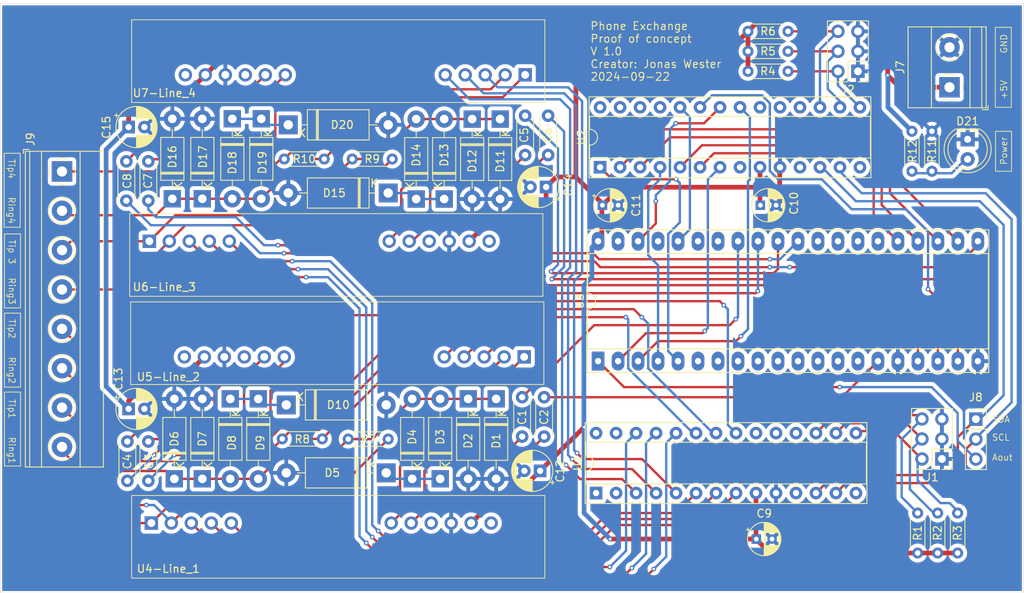
<source format=kicad_pcb>
(kicad_pcb (version 20240108) (generator "pcbnew") (generator_version "8.0")
  (title_block (title "Phone Exchange  - Proof of concept") (date "2024-09-04") (rev "1.0") (company "Creator: Jonas Wester"))
  (layers (0 "F.Cu" signal) (31 "B.Cu" signal) (34 "B.Paste" user) (35 "F.Paste" user) (36 "B.SilkS" user "B.Silkscreen") (37 "F.SilkS" user "F.Silkscreen") (38 "B.Mask" user) (39 "F.Mask" user) (44 "Edge.Cuts" user))
  (net 0 "")
  (net 1 "/Ain_1")
  (net 2 "/Aout_1")
  (net 3 "/Ain_2")
  (net 4 "/Aout_2")
  (net 5 "/Ain_3")
  (net 6 "/Aout_3")
  (net 7 "/Ain_4")
  (net 8 "/Aout_4")
  (net 9 "/RING_1")
  (net 10 "GND")
  (net 11 "Net-(D3-K)")
  (net 12 "/RING_2")
  (net 13 "Net-(D8-K)")
  (net 14 "/TIP_3")
  (net 15 "Net-(D13-K)")
  (net 16 "/RING_4")
  (net 17 "Net-(D18-K)")
  (net 18 "/5V")
  (net 19 "/SCL")
  (net 20 "/SDA")
  (net 21 "/Aout_x")
  (net 22 "/TIP_1")
  (net 23 "/TIP_2")
  (net 24 "/RING_3")
  (net 25 "/TIP_4")
  (net 26 "/SLIC 3/RM_3")
  (net 29 "/SLIC 3/SHK_3")
  (net 30 "/SLIC 4/FR_4")
  (net 31 "/SLIC 4/RM_4")
  (net 33 "/SLIC 4/SHK_4")
  (net 35 "/SLIC 3/FR_3")
  (net 37 "Net-(U2-GPB4)")
  (net 39 "Net-(U2-GPB2)")
  (net 42 "Net-(U2-GPB0)")
  (net 44 "Net-(U2-GPB6)")
  (net 45 "Net-(U2-GPB5)")
  (net 46 "Net-(U2-GPB3)")
  (net 47 "Net-(U2-GPB1)")
  (net 52 "Net-(U2-GPA1)")
  (net 58 "Net-(U2-GPA3)")
  (net 61 "Net-(U2-GPA0)")
  (net 62 "Net-(U2-GPA2)")
  (net 69 "/SLIC 1/FR_1")
  (net 70 "/SLIC 1/SHK_1")
  (net 71 "/SLIC 1/RM_1")
  (net 72 "/SLIC 2/FR_2")
  (net 73 "/SLIC 2/RM_2")
  (net 74 "/SLIC 2/SHK_2")
  (net 81 "Net-(J2-Pin_2)")
  (net 82 "Net-(J1-Pin_4)")
  (net 83 "Net-(J1-Pin_6)")
  (net 84 "Net-(J1-Pin_2)")
  (net 85 "Net-(J2-Pin_4)")
  (net 86 "Net-(J2-Pin_6)")
  (net 87 "Net-(D21-A)")
  (net 88 "Net-(U4-Line_1-Audio_in)")
  (net 89 "Net-(U4-Line_1-Audio_out)")
  (net 90 "Net-(U5-Line_2-Audio_in)")
  (net 91 "Net-(U5-Line_2-Audio_out)")
  (net 92 "Net-(U6-Line_3-Audio_in)")
  (net 93 "Net-(U6-Line_3-Audio_out)")
  (net 94 "Net-(U7-Line_4-Audio_in)")
  (net 95 "Net-(U7-Line_4-Audio_out)")
  (footprint "Resistor_THT:R_Axial_DIN0204_L3.6mm_D1.6mm_P5.08mm_Horizontal" (layer "F.Cu") (at 171.228 54.356)
    (property "Reference" "R6")
    (property "Value" "10K")
  )
  (footprint "Capacitor_THT:CP_Radial_D4.0mm_P2.00mm" (layer "F.Cu") (at 152.729401 76.454)
    (property "Reference" "C11")
    (property "Value" "10uF")
  )
  (footprint "Diode_THT:D_DO-41_SOD81_P10.16mm_Horizontal" (layer "F.Cu") (at 132.62 75.664 90)
    (property "Reference" "D13")
    (property "Value" "1N4004")
  )
  (footprint "Capacitor_THT:C_Disc_D4.3mm_W1.9mm_P5.00mm" (layer "F.Cu") (at 95.028 70.878 -90)
    (property "Reference" "C7")
    (property "Value" "100nF")
  )
  (footprint "Capacitor_THT:CP_Radial_D5.0mm_P2.00mm" (layer "F.Cu") (at 92.52 102.334)
    (property "Reference" "C13")
    (property "Value" "100uF")
  )
  (footprint "JW_footprint_library:KS0835F" (layer "F.Cu") (at 142.78 95.73 -90)
    (property "Reference" "U5-Line_2")
    (property "Value" "~")
  )
  (footprint "Resistor_THT:R_Axial_DIN0204_L3.6mm_D1.6mm_P5.08mm_Horizontal" (layer "F.Cu") (at 117.126 106.144 180)
    (property "Reference" "R8")
    (property "Value" "1 MEG")
  )
  (footprint "Package_DIP:DIP-28_W7.62mm_Socket" (layer "F.Cu") (at 151.924 113.03 90)
    (property "Reference" "U1")
    (property "Value" "MCP23017")
  )
  (footprint "Diode_THT:D_DO-41_SOD81_P10.16mm_Horizontal" (layer "F.Cu") (at 129.064 75.664 90)
    (property "Reference" "D14")
    (property "Value" "1N4004")
  )
  (footprint "Diode_THT:D_DO-15_P12.70mm_Horizontal" (layer "F.Cu") (at 112.554 101.826)
    (property "Reference" "D10")
    (property "Value" "P6KE51A")
  )
  (footprint "Diode_THT:D_DO-41_SOD81_P10.16mm_Horizontal" (layer "F.Cu") (at 101.886 111.224 90)
    (property "Reference" "D7")
    (property "Value" "1N4004")
  )
  (footprint "Capacitor_THT:C_Disc_D4.3mm_W1.9mm_P5.00mm" (layer "F.Cu") (at 142.526 105.85 90)
    (property "Reference" "C1")
    (property "Value" "100nF")
  )
  (footprint "Capacitor_THT:C_Disc_D4.3mm_W1.9mm_P5.00mm" (layer "F.Cu") (at 92.234 70.878 -90)
    (property "Reference" "C8")
    (property "Value" "100nF")
  )
  (footprint "Diode_THT:D_DO-15_P12.70mm_Horizontal" (layer "F.Cu") (at 125.254 110.462 180)
    (property "Reference" "D5")
    (property "Value" "P6KE51A")
  )
  (footprint "Package_DIP:DIP-28_W7.62mm_Socket" (layer "F.Cu") (at 152.432 71.628 90)
    (property "Reference" "U2")
    (property "Value" "MCP23017")
  )
  (footprint "Diode_THT:D_DO-41_SOD81_P10.16mm_Horizontal" (layer "F.Cu") (at 135.668 101.064 -90)
    (property "Reference" "D2")
    (property "Value" "1N4004")
  )
  (footprint "Capacitor_THT:CP_Radial_D4.0mm_P2.00mm" (layer "F.Cu") (at 172.287401 118.872)
    (property "Reference" "C9")
    (property "Value" "10uF")
  )
  (footprint "Diode_THT:D_DO-41_SOD81_P10.16mm_Horizontal" (layer "F.Cu") (at 109.38 65.476 -90)
    (property "Reference" "D19")
    (property "Value" "1N4004")
  )
  (footprint "Diode_THT:D_DO-15_P12.70mm_Horizontal" (layer "F.Cu") (at 112.808 66.238)
    (property "Reference" "D20")
    (property "Value" "P6KE51A")
  )
  (footprint "Diode_THT:D_DO-41_SOD81_P10.16mm_Horizontal" (layer "F.Cu") (at 108.998 101.064 -90)
    (property "Reference" "D9")
    (property "Value" "1N4004")
  )
  (footprint "Resistor_THT:R_Axial_DIN0204_L3.6mm_D1.6mm_P5.08mm_Horizontal" (layer "F.Cu") (at 192.786 120.65 90)
    (property "Reference" "R1")
    (property "Value" "10K")
  )
  (footprint "TerminalBlock_Phoenix:TerminalBlock_Phoenix_MKDS-1,5-2-5.08_1x02_P5.08mm_Horizontal" (layer "F.Cu") (at 196.831 61.468 90)
    (property "Reference" "J7")
    (property "Value" "Screw_Terminal_01x02")
  )
  (footprint "Capacitor_THT:C_Disc_D4.3mm_W1.9mm_P5.00mm" (layer "F.Cu") (at 92.36 106.478 -90)
    (property "Reference" "C4")
    (property "Value" "100nF")
  )
  (footprint "Resistor_THT:R_Axial_DIN0204_L3.6mm_D1.6mm_P5.08mm_Horizontal" (layer "F.Cu") (at 117.38 70.584 180)
    (property "Reference" "R10")
    (property "Value" "1 MEG")
  )
  (footprint "Package_DIP:DIP-40_W15.24mm_Socket_LongPads" (layer "F.Cu") (at 152.178 96.266 90)
    (property "Reference" "U3")
    (property "Value" "MT8816")
  )
  (footprint "JW_footprint_library:KS0835F" (layer "F.Cu") (at 95.154 81.026 90)
    (property "Reference" "U6-Line_3")
    (property "Value" "~")
  )
  (footprint "Resistor_THT:R_Axial_DIN0204_L3.6mm_D1.6mm_P5.08mm_Horizontal" (layer "F.Cu") (at 120.428 106.172)
    (property "Reference" "R7")
    (property "Value" "1 MEG")
  )
  (footprint "Capacitor_THT:CP_Radial_D4.0mm_P2.00mm" (layer "F.Cu") (at 172.795401 76.454)
    (property "Reference" "C10")
    (property "Value" "10uF")
  )
  (footprint "Diode_THT:D_DO-41_SOD81_P10.16mm_Horizontal" (layer "F.Cu") (at 132.112 111.224 90)
    (property "Reference" "D3")
    (property "Value" "1N4004")
  )
  (footprint "TerminalBlock_Phoenix:TerminalBlock_Phoenix_MKDS-1,5-8_1x08_P5.00mm_Horizontal" (layer "F.Cu") (at 84.055 72.162 -90)
    (property "Reference" "J9")
    (property "Value" "Screw_Terminal_01x08")
  )
  (footprint "Connector_PinSocket_2.54mm:PinSocket_1x03_P2.54mm_Vertical" (layer "F.Cu") (at 200.184 103.632)
    (property "Reference" "J8")
    (property "Value" "Conn_01x03")
  )
  (footprint "Resistor_THT:R_Axial_DIN0204_L3.6mm_D1.6mm_P5.08mm_Horizontal" (layer "F.Cu") (at 192.056 67.056 -90)
    (property "Reference" "R12")
    (property "Value" "430")
  )
  (footprint "Diode_THT:D_DO-41_SOD81_P10.16mm_Horizontal" (layer "F.Cu") (at 98.076 75.636 90)
    (property "Reference" "D16")
    (property "Value" "1N4004")
  )
  (footprint "Connector_PinHeader_2.54mm:PinHeader_2x03_P2.54mm_Vertical" (layer "F.Cu") (at 185.198 59.436 180)
    (property "Reference" "J2")
    (property "Value" "Conn_02x03_Odd_Even")
  )
  (footprint "JW_footprint_library:KS0835F" (layer "F.Cu") (at 142.908 59.888 -90)
    (property "Reference" "U7-Line_4")
    (property "Value" "~")
  )
  (footprint "Resistor_THT:R_Axial_DIN0204_L3.6mm_D1.6mm_P5.08mm_Horizontal" (layer "F.Cu") (at 120.936 70.584)
    (property "Reference" "R9")
    (property "Value" "1 MEG")
  )
  (footprint "Diode_THT:D_DO-41_SOD81_P10.16mm_Horizontal" (layer "F.Cu") (at 128.556 111.224 90)
    (property "Reference" "D4")
    (property "Value" "1N4004")
  )
  (footprint "Diode_THT:D_DO-41_SOD81_P10.16mm_Horizontal" (layer "F.Cu") (at 105.696 65.476 -90)
    (property "Reference" "D18")
    (property "Value" "1N4004")
  )
  (footprint "Diode_THT:D_DO-41_SOD81_P10.16mm_Horizontal" (layer "F.Cu") (at 101.886 75.636 90)
    (property "Reference" "D17")
    (property "Value" "1N4004")
  )
  (footprint "LED_THT:LED_D5.0mm" (layer "F.Cu") (at 199.136 68.072 -90)
    (property "Reference" "D21")
    (property "Value" "LED")
  )
  (footprint "JW_footprint_library:KS0835F" (layer "F.Cu") (at 95.408 116.84 90)
    (property "Reference" "U4-Line_1")
    (property "Value" "~")
  )
  (footprint "Resistor_THT:R_Axial_DIN0204_L3.6mm_D1.6mm_P5.08mm_Horizontal" (layer "F.Cu") (at 171.228 59.436)
    (property "Reference" "R4")
    (property "Value" "10K")
  )
  (footprint "Diode_THT:D_DO-41_SOD81_P10.16mm_Horizontal" (layer "F.Cu") (at 139.224 101.064 -90)
    (property "Reference" "D1")
    (property "Value" "1N4004")
  )
  (footprint "Diode_THT:D_DO-41_SOD81_P10.16mm_Horizontal" (layer "F.Cu") (at 98.33 111.224 90)
    (property "Reference" "D6")
    (property "Value" "1N4004")
  )
  (footprint "Resistor_THT:R_Axial_DIN0204_L3.6mm_D1.6mm_P5.08mm_Horizontal" (layer "F.Cu") (at 171.228 56.896)
    (property "Reference" "R5")
    (property "Value" "10K")
  )
  (footprint "Resistor_THT:R_Axial_DIN0204_L3.6mm_D1.6mm_P5.08mm_Horizontal" (layer "F.Cu") (at 197.866 120.65 90)
    (property "Reference" "R3")
    (property "Value" "10K")
  )
  (footprint "Diode_THT:D_DO-41_SOD81_P10.16mm_Horizontal" (layer "F.Cu") (at 105.442 101.064 -90)
    (property "Reference" "D8")
    (property "Value" "1N4004")
  )
  (footprint "Capacitor_THT:CP_Radial_D5.0mm_P2.00mm" (layer "F.Cu") (at 145.574 74.14 180)
    (property "Reference" "C14")
    (property "Value" "100uF")
  )
  (footprint "Capacitor_THT:C_Disc_D4.3mm_W1.9mm_P5.00mm" (layer "F.Cu") (at 142.908 70.076 90)
    (property "Reference" "C5")
    (property "Value" "100nF")
  )
  (footprint "Capacitor_THT:C_Disc_D4.3mm_W1.9mm_P5.00mm" (layer "F.Cu") (at 145.828 70.076 90)
    (property "Reference" "C6")
    (property "Value" "100nF")
  )
  (footprint "Diode_THT:D_DO-15_P12.70mm_Horizontal" (layer "F.Cu") (at 125.508 74.902 180)
    (property "Reference" "D15")
    (property "Value" "P6KE51A")
  )
  (footprint "Diode_THT:D_DO-41_SOD81_P10.16mm_Horizontal" (layer "F.Cu") (at 136.176 65.504 -90)
    (property "Reference" "D12")
    (property "Value" "1N4004")
  )
  (footprint "Resistor_THT:R_Axial_DIN0204_L3.6mm_D1.6mm_P5.08mm_Horizontal" (layer "F.Cu") (at 194.596 67.056 -90)
    (property "Reference" "R11")
    (property "Value" "1K")
  )
  (footprint "Capacitor_THT:CP_Radial_D5.0mm_P2.00mm" (layer "F.Cu") (at 144.812 110.208 180)
    (property "Reference" "C12")
    (property "Value" "100uF")
  )
  (footprint "Diode_THT:D_DO-41_SOD81_P10.16mm_Horizontal" (layer "F.Cu") (at 139.732 65.504 -90)
    (property "Reference" "D11")
    (property "Value" "1N4004")
  )
  (footprint "Capacitor_THT:CP_Radial_D5.0mm_P2.00mm" (layer "F.Cu") (at 92.52 66.52)
    (property "Reference" "C15")
    (property "Value" "100uF")
  )
  (footprint "Resistor_THT:R_Axial_DIN0204_L3.6mm_D1.6mm_P5.08mm_Horizontal" (layer "F.Cu") (at 195.326 120.65 90)
    (property "Reference" "R2")
    (property "Value" "10K")
  )
  (footprint "Connector_PinHeader_2.54mm:PinHeader_2x03_P2.54mm_Vertical" (layer "F.Cu") (at 195.871 108.697 180)
    (property "Reference" "J1")
    (property "Value" "Conn_02x03_Odd_Even")
  )
  (footprint "Capacitor_THT:C_Disc_D4.3mm_W1.9mm_P5.00mm" (layer "F.Cu") (at 145.32 105.85 90)
    (property "Reference" "C2")
    (property "Value" "100nF")
  )
  (footprint "Capacitor_THT:C_Disc_D4.3mm_W1.9mm_P5.00mm" (layer "F.Cu") (at 95.028 106.478 -90)
    (property "Reference" "C3")
    (property "Value" "100nF")
  )
  (gr_rect (start 76.708 69.85) (end 78.74 79.248) (stroke (width 0.1)) (fill none) (layer "F.SilkS"))
  (gr_rect (start 76.7473 90.17) (end 78.7793 99.568) (stroke (width 0.1)) (fill none) (layer "F.SilkS"))
  (gr_rect (start 202.6527 53.848) (end 204.6847 64.008) (stroke (width 0.1)) (fill none) (layer "F.SilkS"))
  (gr_rect (start 202.692 67.056) (end 204.724 72.136) (stroke (width 0.1)) (fill none) (layer "F.SilkS"))
  (gr_rect (start 76.7473 80.0977) (end 78.7793 89.4957) (stroke (width 0.1)) (fill none) (layer "F.SilkS"))
  (gr_rect (start 76.7473 100.203) (end 78.7793 109.601) (stroke (width 0.1)) (fill none) (layer "F.SilkS"))
  (gr_rect (start 76.2 50.8) (end 206.28 125.73) (stroke (width 0.05)) (fill none) (layer "Edge.Cuts"))
  (gr_text "Tip1\n" (at 77.216 101.0183 -90) (layer "F.SilkS") (effects (font (size 0.8 0.8) (thickness 0.1)) (justify left bottom)))
  (gr_text "Phone Exchange\nProof of concept\nV 1.0\nCreator: Jonas Wester \n2024-09-22\n" (at 151.13 60.706 0) (layer "F.SilkS") (effects (font (size 1 1) (thickness 0.125)) (justify left bottom)))
  (gr_text "Aout" (at 202.184 108.966 0) (layer "F.SilkS") (effects (font (size 0.8 0.8) (thickness 0.1)) (justify left bottom)))
  (gr_text "Power" (at 204.216 71.374 90) (layer "F.SilkS") (effects (font (size 0.8 0.8) (thickness 0.1)) (justify left bottom)))
  (gr_text "Tip2" (at 77.216 90.8443 -90) (layer "F.SilkS") (effects (font (size 0.8 0.8) (thickness 0.1)) (justify left bottom)))
  (gr_text "Ring3" (at 77.216 85.598 -90) (layer "F.SilkS") (effects (font (size 0.8 0.8) (thickness 0.1)) (justify left bottom)))
  (gr_text "Ring4" (at 77.1767 75.3503 -90) (layer "F.SilkS") (effects (font (size 0.8 0.8) (thickness 0.1)) (justify left bottom)))
  (gr_text "Tip 3\n" (at 77.216 80.772 -90) (layer "F.SilkS") (effects (font (size 0.8 0.8) (thickness 0.1)) (justify left bottom)))
  (gr_text "SCL" (at 202.184 106.426 0) (layer "F.SilkS") (effects (font (size 0.8 0.8) (thickness 0.1)) (justify left bottom)))
  (gr_text "Ring2" (at 77.216 95.6703 -90) (layer "F.SilkS") (effects (font (size 0.8 0.8) (thickness 0.1)) (justify left bottom)))
  (gr_text "GND" (at 204.216 57.2187 90) (layer "F.SilkS") (effects (font (size 0.8 0.8) (thickness 0.1)) (justify left bottom)))
  (gr_text "Ring1" (at 77.216 105.8443 -90) (layer "F.SilkS") (effects (font (size 0.8 0.8) (thickness 0.1)) (justify left bottom)))
  (gr_text "Tip4" (at 77.1767 70.5243 -90) (layer "F.SilkS") (effects (font (size 0.8 0.8) (thickness 0.1)) (justify left bottom)))
  (gr_text "SDA" (at 202.184 104.14 0) (layer "F.SilkS") (effects (font (size 0.8 0.8) (thickness 0.1)) (justify left bottom)))
  (gr_text "+5V" (at 204.216 63.0607 90) (layer "F.SilkS") (effects (font (size 0.8 0.8) (thickness 0.1)) (justify left bottom)))
  (segment (start 169.672 90.932) (end 168.91 91.694) (width 0.3) (layer "F.Cu") (net 1))
  (segment (start 168.91 91.694) (end 151.682 91.694) (width 0.3) (layer "F.Cu") (net 1))
  (segment (start 151.682 91.694) (end 142.526 100.85) (width 0.3) (layer "F.Cu") (net 1))
  (via (at 169.672 90.932) (size 0.6) (drill 0.3) (layers "F.Cu" "B.Cu") (net 1))
  (segment (start 169.958 90.646) (end 169.958 81.026) (width 0.3) (layer "B.Cu") (net 1))
  (segment (start 169.672 90.932) (end 169.958 90.646) (width 0.3) (layer "B.Cu") (net 1))
  (segment (start 145.32 100.85) (end 183.154 100.85) (width 0.3) (layer "F.Cu") (net 2))
  (segment (start 183.154 100.85) (end 187.738 96.266) (width 0.3) (layer "F.Cu") (net 2))
  (segment (start 127 92.71) (end 115.57 104.14) (width 0.3) (layer "F.Cu") (net 3))
  (segment (start 133.35 92.71) (end 127 92.71) (width 0.3) (layer "F.Cu") (net 3))
  (segment (start 138.43 87.63) (end 133.35 92.71) (width 0.3) (layer "F.Cu") (net 3))
  (segment (start 108.357654 108.206) (end 98.3 108.206) (width 0.3) (layer "F.Cu") (net 3))
  (segment (start 115.57 104.14) (end 112.423654 104.14) (width 0.3) (layer "F.Cu") (net 3))
  (segment (start 172.478 87.364) (end 172.212 87.63) (width 0.3) (layer "F.Cu") (net 3))
  (segment (start 112.423654 104.14) (end 108.357654 108.206) (width 0.3) (layer "F.Cu") (net 3))
  (segment (start 172.212 87.63) (end 138.43 87.63) (width 0.3) (layer "F.Cu") (net 3))
  (via (at 172.478 87.364) (size 0.6) (drill 0.3) (layers "F.Cu" "B.Cu") (net 3))
  (via (at 98.3 108.206) (size 0.6) (drill 0.3) (layers "F.Cu" "B.Cu") (net 3))
  (segment (start 172.478 87.364) (end 172.498 87.344) (width 0.3) (layer "B.Cu") (net 3))
  (segment (start 172.498 87.344) (end 172.498 81.026) (width 0.3) (layer "B.Cu") (net 3))
  (segment (start 95.028 111.478) (end 98.3 108.206) (width 0.3) (layer "B.Cu") (net 3))
  (segment (start 95.758 108.204) (end 97.028 106.934) (width 0.3) (layer "F.Cu") (net 4))
  (segment (start 110.548 102.614) (end 110.548 100.018) (width 0.3) (layer "F.Cu") (net 4))
  (segment (start 120.142 90.424) (end 133.604 90.424) (width 0.3) (layer "F.Cu") (net 4))
  (segment (start 97.028 106.934) (end 106.228 106.934) (width 0.3) (layer "F.Cu") (net 4))
  (segment (start 192.818 87.916) (end 192.818 96.266) (width 0.3) (layer "F.Cu") (net 4))
  (segment (start 106.228 106.934) (end 110.548 102.614) (width 0.3) (layer "F.Cu") (net 4))
  (segment (start 191.516 86.614) (end 192.818 87.916) (width 0.3) (layer "F.Cu") (net 4))
  (segment (start 133.604 90.424) (end 137.414 86.614) (width 0.3) (layer "F.Cu") (net 4))
  (segment (start 137.414 86.614) (end 191.516 86.614) (width 0.3) (layer "F.Cu") (net 4))
  (segment (start 110.548 100.018) (end 120.142 90.424) (width 0.3) (layer "F.Cu") (net 4))
  (via (at 95.758 108.204) (size 0.6) (drill 0.3) (layers "F.Cu" "B.Cu") (net 4))
  (segment (start 92.484 111.478) (end 92.36 111.478) (width 0.3) (layer "B.Cu") (net 4))
  (segment (start 95.758 108.204) (end 92.484 111.478) (width 0.3) (layer "B.Cu") (net 4))
  (segment (start 146.442003 85.09) (end 174.498 85.09) (width 0.3) (layer "F.Cu") (net 5))
  (segment (start 175.038 84.55) (end 175.038 81.026) (width 0.3) (layer "F.Cu") (net 5))
  (segment (start 146.218737 84.866734) (end 146.442003 85.09) (width 0.3) (layer "F.Cu") (net 5))
  (segment (start 174.498 85.09) (end 175.038 84.55) (width 0.3) (layer "F.Cu") (net 5))
  (via (at 146.218737 84.866734) (size 0.6) (drill 0.3) (layers "F.Cu" "B.Cu") (net 5))
  (segment (start 146.218737 84.866734) (end 147.078 84.007471) (width 0.3) (layer "B.Cu") (net 5))
  (segment (start 147.078 69.246) (end 142.908 65.076) (width 0.3) (layer "B.Cu") (net 5))
  (segment (start 147.078 84.007471) (end 147.078 69.246) (width 0.3) (layer "B.Cu") (net 5))
  (segment (start 146.304 85.852) (end 195.072 85.852) (width 0.3) (layer "F.Cu") (net 6))
  (segment (start 195.072 85.852) (end 197.898 88.678) (width 0.3) (layer "F.Cu") (net 6))
  (segment (start 197.898 88.678) (end 197.898 96.266) (width 0.3) (layer "F.Cu") (net 6))
  (via (at 146.304 85.852) (size 0.6) (drill 0.3) (layers "F.Cu" "B.Cu") (net 6))
  (segment (start 147.86 67.108) (end 145.828 65.076) (width 0.3) (layer "B.Cu") (net 6))
  (segment (start 146.304 85.842133) (end 147.86 84.286133) (width 0.3) (layer "B.Cu") (net 6))
  (segment (start 147.86 84.286133) (end 147.86 67.108) (width 0.3) (layer "B.Cu") (net 6))
  (segment (start 146.304 85.852) (end 146.304 85.842133) (width 0.3) (layer "B.Cu") (net 6))
  (segment (start 123.444 81.534) (end 124.46 82.55) (width 0.3) (layer "F.Cu") (net 7))
  (segment (start 151.534233 82.55) (end 152.296233 83.312) (width 0.3) (layer "F.Cu") (net 7))
  (segment (start 152.296233 83.312) (end 173.99 83.312) (width 0.3) (layer "F.Cu") (net 7))
  (segment (start 124.46 82.55) (end 151.534233 82.55) (width 0.3) (layer "F.Cu") (net 7))
  (segment (start 111.506 81.534) (end 123.444 81.534) (width 0.3) (layer "F.Cu") (net 7))
  (via (at 111.506 81.534) (size 0.6) (drill 0.3) (layers "F.Cu" "B.Cu") (net 7))
  (via (at 173.99 83.312) (size 0.6) (drill 0.3) (layers "F.Cu" "B.Cu") (net 7))
  (segment (start 111.506 81.534) (end 109.728 81.534) (width 0.3) (layer "B.Cu") (net 7))
  (segment (start 173.99 83.312) (end 175.292 83.312) (width 0.3) (layer "B.Cu") (net 7))
  (segment (start 96.012 77.978) (end 95.028 76.994) (width 0.3) (layer "B.Cu") (net 7))
  (segment (start 175.292 83.312) (end 177.578 81.026) (width 0.3) (layer "B.Cu") (net 7))
  (segment (start 106.172 77.978) (end 96.012 77.978) (width 0.3) (layer "B.Cu") (net 7))
  (segment (start 109.728 81.534) (end 106.172 77.978) (width 0.3) (layer "B.Cu") (net 7))
  (segment (start 95.028 76.994) (end 95.028 75.878) (width 0.3) (layer "B.Cu") (net 7))
  (segment (start 176.53 84.328) (end 197.612 84.328) (width 0.3) (layer "F.Cu") (net 8))
  (segment (start 151.701705 83.566) (end 152.463705 84.328) (width 0.3) (layer "F.Cu") (net 8))
  (segment (start 123.952 83.566) (end 151.701705 83.566) (width 0.3) (layer "F.Cu") (net 8))
  (segment (start 122.936 82.55) (end 123.952 83.566) (width 0.3) (layer "F.Cu") (net 8))
  (segment (start 112.268 82.55) (end 122.936 82.55) (width 0.3) (layer "F.Cu") (net 8))
  (segment (start 197.612 84.328) (end 200.438 81.502) (width 0.3) (layer "F.Cu") (net 8))
  (segment (start 200.438 81.502) (end 200.438 81.026) (width 0.3) (layer "F.Cu") (net 8))
  (segment (start 152.463705 84.328) (end 173.99 84.328) (width 0.3) (layer "F.Cu") (net 8))
  (via (at 173.99 84.328) (size 0.6) (drill 0.3) (layers "F.Cu" "B.Cu") (net 8))
  (via (at 176.53 84.328) (size 0.6) (drill 0.3) (layers "F.Cu" "B.Cu") (net 8))
  (via (at 112.268 82.55) (size 0.6) (drill 0.3) (layers "F.Cu" "B.Cu") (net 8))
  (segment (start 95.35 78.994) (end 92.234 75.878) (width 0.3) (layer "B.Cu") (net 8))
  (segment (start 109.22 82.55) (end 105.664 78.994) (width 0.3) (layer "B.Cu") (net 8))
  (segment (start 105.664 78.994) (end 95.35 78.994) (width 0.3) (layer "B.Cu") (net 8))
  (segment (start 173.99 84.328) (end 176.53 84.328) (width 0.3) (layer "B.Cu") (net 8))
  (segment (start 112.268 82.55) (end 109.22 82.55) (width 0.3) (layer "B.Cu") (net 8))
  (segment (start 84.055 107.645) (end 93.25 116.84) (width 0.3) (layer "F.Cu") (net 9))
  (segment (start 123.448 106.172) (end 120.428 106.172) (width 0.3) (layer "F.Cu") (net 9))
  (segment (start 135.668 101.064) (end 139.224 101.064) (width 0.3) (layer "F.Cu") (net 9))
  (segment (start 128.556 101.064) (end 132.112 101.064) (width 0.3) (layer "F.Cu") (net 9))
  (segment (start 128.556 101.064) (end 123.448 106.172) (width 0.3) (layer "F.Cu") (net 9))
  (segment (start 95.408 116.84) (end 98.456 113.792) (width 0.3) (layer "F.Cu") (net 9))
  (segment (start 93.25 116.84) (end 95.408 116.84) (width 0.3) (layer "F.Cu") (net 9))
  (segment (start 112.808 113.792) (end 120.428 106.172) (width 0.3) (layer "F.Cu") (net 9))
  (segment (start 84.055 107.162) (end 84.055 107.645) (width 0.3) (layer "F.Cu") (net 9))
  (segment (start 98.456 113.792) (end 112.808 113.792) (width 0.3) (layer "F.Cu") (net 9))
  (segment (start 132.112 101.064) (end 135.668 101.064) (width 0.3) (layer "F.Cu") (net 9))
  (segment (start 175.26 75.989401) (end 174.795401 76.454) (width 0.6) (layer "F.Cu") (net 10))
  (segment (start 175.292 71.628) (end 175.26 71.66) (width 0.6) (layer "F.Cu") (net 10))
  (segment (start 175.26 71.66) (end 175.26 75.989401) (width 0.6) (layer "F.Cu") (net 10))
  (segment (start 196.826 56.388) (end 196.831 56.383) (width 0.6) (layer "B.Cu") (net 10))
  (segment (start 128.556 111.224) (end 126.016 111.224) (width 0.3) (layer "B.Cu") (net 11))
  (segment (start 126.016 111.224) (end 125.254 110.462) (width 0.3) (layer "B.Cu") (net 11))
  (segment (start 132.112 111.224) (end 128.556 111.224) (width 0.3) (layer "B.Cu") (net 11))
  (segment (start 98.33 111.224) (end 97.334 110.228) (width 0.3) (layer "F.Cu") (net 12))
  (segment (start 87.408 106.426) (end 87.408 100.515) (width 0.3) (layer "F.Cu") (net 12))
  (segment (start 139.704 98.806) (end 124.464 98.806) (width 0.3) (layer "F.Cu") (net 12))
  (segment (start 87.408 100.515) (end 84.055 97.162) (width 0.3) (layer "F.Cu") (net 12))
  (segment (start 105.442 111.224) (end 101.886 111.224) (width 0.3) (layer "F.Cu") (net 12))
  (segment (start 142.78 95.73) (end 139.704 98.806) (width 0.3) (layer "F.Cu") (net 12))
  (segment (start 108.998 111.224) (end 105.442 111.224) (width 0.3) (layer "F.Cu") (net 12))
  (segment (start 124.464 98.806) (end 117.126 106.144) (width 0.3) (layer "F.Cu") (net 12))
  (segment (start 97.334 110.228) (end 91.21 110.228) (width 0.3) (layer "F.Cu") (net 12))
  (segment (start 91.21 110.228) (end 87.408 106.426) (width 0.3) (layer "F.Cu") (net 12))
  (segment (start 117.126 106.144) (end 114.078 106.144) (width 0.3) (layer "F.Cu") (net 12))
  (segment (start 114.078 106.144) (end 108.998 111.224) (width 0.3) (layer "F.Cu") (net 12))
  (segment (start 101.886 111.224) (end 98.33 111.224) (width 0.3) (layer "F.Cu") (net 12))
  (segment (start 112.554 101.826) (end 109.76 101.826) (width 0.3) (layer "B.Cu") (net 13))
  (segment (start 109.76 101.826) (end 108.998 101.064) (width 0.3) (layer "B.Cu") (net 13))
  (segment (start 108.998 101.064) (end 105.442 101.064) (width 0.3) (layer "B.Cu") (net 13))
  (segment (start 123.984 70.584) (end 120.936 70.584) (width 0.3) (layer "F.Cu") (net 14))
  (segment (start 85.191 81.026) (end 84.055 82.162) (width 0.3) (layer "F.Cu") (net 14))
  (segment (start 129.064 65.504) (end 123.984 70.584) (width 0.3) (layer "F.Cu") (net 14))
  (segment (start 113.796 77.724) (end 98.456 77.724) (width 0.3) (layer "F.Cu") (net 14))
  (segment (start 95.154 81.026) (end 85.191 81.026) (width 0.3) (layer "F.Cu") (net 14))
  (segment (start 129.064 65.504) (end 139.732 65.504) (width 0.3) (layer "F.Cu") (net 14))
  (segment (start 98.456 77.724) (end 95.154 81.026) (width 0.3) (layer "F.Cu") (net 14))
  (segment (start 120.936 70.584) (end 113.796 77.724) (width 0.3) (layer "F.Cu") (net 14))
  (segment (start 132.62 75.664) (end 129.064 75.664) (width 0.3) (layer "B.Cu") (net 15))
  (segment (start 129.064 75.664) (end 129.036 75.664) (width 0.3) (layer "B.Cu") (net 15))
  (segment (start 128.274 74.902) (end 125.508 74.902) (width 0.3) (layer "B.Cu") (net 15))
  (segment (start 129.036 75.664) (end 128.274 74.902) (width 0.3) (layer "B.Cu") (net 15))
  (segment (start 125.226 62.738) (end 140.058 62.738) (width 0.3) (layer "F.Cu") (net 16))
  (segment (start 84.055 77.162) (end 84.617 77.724) (width 0.3) (layer "F.Cu") (net 16))
  (segment (start 84.617 77.724) (end 95.988 77.724) (width 0.3) (layer "F.Cu") (net 16))
  (segment (start 117.38 70.584) (end 125.226 62.738) (width 0.3) (layer "F.Cu") (net 16))
  (segment (start 140.058 62.738) (end 142.908 59.888) (width 0.3) (layer "F.Cu") (net 16))
  (segment (start 114.432 70.584) (end 117.38 70.584) (width 0.3) (layer "F.Cu") (net 16))
  (segment (start 109.38 75.636) (end 109.816 75.636) (width 0.3) (layer "F.Cu") (net 16))
  (segment (start 95.988 77.724) (end 98.076 75.636) (width 0.3) (layer "F.Cu") (net 16))
  (segment (start 109.38 75.636) (end 114.432 70.584) (width 0.3) (layer "F.Cu") (net 16))
  (segment (start 101.886 75.636) (end 109.38 75.636) (width 0.3) (layer "F.Cu") (net 16))
  (segment (start 98.076 75.636) (end 101.886 75.636) (width 0.3) (layer "F.Cu") (net 16))
  (segment (start 112.046 65.476) (end 112.808 66.238) (width 0.3) (layer "F.Cu") (net 17))
  (segment (start 112.808 66.238) (end 110.142 66.238) (width 0.3) (layer "B.Cu") (net 17))
  (segment (start 109.38 65.476) (end 105.696 65.476) (width 0.3) (layer "B.Cu") (net 17))
  (segment (start 110.142 66.238) (end 109.38 65.476) (width 0.3) (layer "B.Cu") (net 17))
  (segment (start 148.622 106.426) (end 148.594 106.426) (width 0.6) (layer "F.Cu") (net 18))
  (segment (start 152.178 81.026) (end 152.654 80.55) (width 0.6) (layer "F.Cu") (net 18))
  (segment (start 169.196 56.388) (end 171.228 54.356) (width 0.6) (layer "F.Cu") (net 18))
  (segment (start 94.742 61.976) (end 92.52 64.198) (width 0.6) (layer "F.Cu") (net 18))
  (segment (start 145.574 75.692) (end 145.574 74.14) (width 0.6) (layer "F.Cu") (net 18))
  (segment (start 100.18 61.976) (end 94.742 61.976) (width 0.6) (layer "F.Cu") (net 18))
  (segment (start 192.786 120.65) (end 195.326 120.65) (width 0.6) (layer "F.Cu") (net 18))
  (segment (start 173.26 52.324) (end 171.228 54.356) (width 0.6) (layer "F.Cu") (net 18))
  (segment (start 92.52 64.198) (end 92.52 66.52) (width 0.6) (layer "F.Cu") (net 18))
  (segment (start 152.654 80.55) (end 152.654 76.529401) (width 0.6) (layer "F.Cu") (net 18))
  (segment (start 196.831 61.468) (end 190.5 61.468) (width 0.6) (layer "F.Cu") (net 18))
  (segment (start 152.729401 76.243401) (end 150.654 74.168) (width 0.6) (layer "F.Cu") (net 18))
  (segment (start 138.842 114.046) (end 136.048 116.84) (width 0.6) (layer "F.Cu") (net 18))
  (segment (start 174.022 120.65) (end 192.786 120.65) (width 0.6) (layer "F.Cu") (net 18))
  (segment (start 102.268 59.888) (end 105.768 56.388) (width 0.6) (layer "F.Cu") (net 18))
  (segment (start 100.334 97.536) (end 102.14 95.73) (width 0.6) (layer "F.Cu") (net 18))
  (segment (start 152.729401 76.454) (end 152.729401 76.243401) (width 0.6) (layer "F.Cu") (net 18))
  (segment (start 186.69 52.324) (end 173.26 52.324) (width 0.6) (layer "F.Cu") (net 18))
  (segment (start 149.352 72.866) (end 150.654 74.168) (width 0.6) (layer "F.Cu") (net 18))
  (segment (start 188.976 54.61) (end 186.69 52.324) (width 0.6) (layer "F.Cu") (net 18))
  (segment (start 149.352 57.912) (end 149.352 72.866) (width 0.6) (layer "F.Cu") (net 18))
  (segment (start 140.974 114.046) (end 138.842 114.046) (width 0.6) (layer "F.Cu") (net 18))
  (segment (start 152.654 76.529401) (end 152.729401 76.454) (width 0.6) (layer "F.Cu") (net 18))
  (segment (start 172.287401 118.872) (end 172.287401 118.915401) (width 0.6) (layer "F.Cu") (net 18))
  (segment (start 145.574 74.14) (end 146.848 72.866) (width 0.6) (layer "F.Cu") (net 18))
  (segment (start 172.752 74.168) (end 155.015401 74.168) (width 0.6) (layer "F.Cu") (net 18))
  (segment (start 135.794 81.026) (end 138.334 78.486) (width 0.6) (layer "F.Cu") (net 18))
  (segment (start 188.976 59.944) (end 188.976 54.61) (width 0.6) (layer "F.Cu") (net 18))
  (segment (start 166.402 118.872) (end 172.244 118.872) (width 0.6) (layer "F.Cu") (net 18))
  (segment (start 102.268 59.888) (end 100.18 61.976) (width 0.6) (layer "F.Cu") (net 18))
  (segment (start 171.228 54.356) (end 171.228 56.896) (width 0.6) (layer "F.Cu") (net 18))
  (segment (start 150.876 56.388) (end 149.352 57.912) (width 0.6) (layer "F.Cu") (net 18))
  (segment (start 190.5 61.468) (end 188.976 59.944) (width 0.6) (layer "F.Cu") (net 18))
  (segment (start 149.352 56.388) (end 169.196 56.388) (width 0.6) (layer "F.Cu") (net 18))
  (segment (start 142.78 78.486) (end 145.574 75.692) (width 0.6) (layer "F.Cu") (net 18))
  (segment (start 105.768 56.388) (end 149.352 56.388) (width 0.6) (layer "F.Cu") (net 18))
  (segment (start 166.402 118.872) (end 172.287401 118.872) (width 0.6) (layer "F.Cu") (net 18))
  (segment (start 150.4 104.648) (end 148.622 106.426) (width 0.6) (layer "F.Cu") (net 18))
  (segment (start 92.52 101.314) (end 96.298 97.536) (width 0.6) (layer "F.Cu") (net 18))
  (segment (start 172.287401 118.915401) (end 174.022 120.65) (width 0.6) (layer "F.Cu") (net 18))
  (segment (start 172.752 71.628) (end 172.752 74.168) (width 0.6) (layer "F.Cu") (net 18))
  (segment (start 172.752 76.156599) (end 172.752 74.168) (width 0.6) (layer "F.Cu") (net 18))
  (segment (start 92.52 102.334) (end 92.52 101.314) (width 0.6) (layer "F.Cu") (net 18))
  (segment (start 195.326 120.65) (end 197.866 120.65) (width 0.6) (layer "F.Cu") (net 18))
  (segment (start 96.298 97.536) (end 100.334 97.536) (width 0.6) (layer "F.Cu") (net 18))
  (segment (start 148.594 106.426) (end 144.812 110.208) (width 0.6) (layer "F.Cu") (net 18))
  (segment (start 138.334 78.486) (end 142.78 78.486) (width 0.6) (layer "F.Cu") (net 18))
  (segment (start 153.702 118.872) (end 166.402 118.872) (width 0.6) (layer "F.Cu") (net 18))
  (segment (start 155.015401 74.168) (end 152.729401 76.454) (width 0.6) (layer "F.Cu") (net 18))
  (segment (start 173.049401 76.454) (end 172.752 76.156599) (width 0.6) (layer "F.Cu") (net 18))
  (segment (start 146.848 72.866) (end 149.352 72.866) (width 0.6) (layer "F.Cu") (net 18))
  (segment (start 144.812 110.208) (end 140.974 114.046) (width 0.6) (layer "F.Cu") (net 18))
  (segment (start 171.228 56.896) (end 171.228 59.436) (width 0.6) (layer "F.Cu") (net 18))
  (segment (start 172.244 118.872) (end 172.244 113.03) (width 0.6) (layer "F.Cu") (net 18))
  (via (at 150.4 104.648) (size 0.6) (drill 0.3) (layers "F.Cu" "B.Cu") (net 18))
  (via (at 188.976 59.944) (size 0.6) (drill 0.3) (layers "F.Cu" "B.Cu") (net 18))
  (via (at 153.702 118.872) (size 0.6) (drill 0.3) (layers "F.Cu" "B.Cu") (net 18))
  (segment (start 188.976 59.944) (end 189.008 59.976) (width 0.6) (layer "B.Cu") (net 18))
  (segment (start 150.4 104.648) (end 150.368 104.616) (width 0.6) (layer "B.Cu") (net 18))
  (segment (start 89.662 99.476) (end 92.52 102.334) (width 0.6) (layer "B.Cu") (net 18))
  (segment (start 189.008 64.008) (end 192.056 67.056) (width 0.6) (layer "B.Cu") (net 18))
  (segment (start 150.368 104.616) (end 150.368 86.614) (width 0.6) (layer "B.Cu") (net 18))
  (segment (start 150.4 115.57) (end 150.4 104.648) (width 0.6) (layer "B.Cu") (net 18))
  (segment (start 153.702 118.872) (end 150.4 115.57) (width 0.6) (layer "B.Cu") (net 18))
  (segment (start 89.662 69.378) (end 89.662 99.476) (width 0.6) (layer "B.Cu") (net 18))
  (segment (start 151.384 85.598) (end 151.384 81.82) (width 0.6) (layer "B.Cu") (net 18))
  (segment (start 150.368 86.614) (end 151.384 85.598) (width 0.6) (layer "B.Cu") (net 18))
  (segment (start 92.52 66.52) (end 89.662 69.378) (width 0.6) (layer "B.Cu") (net 18))
  (segment (start 151.384 81.82) (end 152.178 81.026) (width 0.6) (layer "B.Cu") (net 18))
  (segment (start 189.008 59.976) (end 189.008 64.008) (width 0.6) (layer "B.Cu") (net 18))
  (segment (start 144.812 110.208) (end 144.84 110.236) (width 0.6) (layer "B.Cu") (net 18))
  (segment (start 198.884 110.774) (end 197.898 111.76) (width 0.3) (layer "F.Cu") (net 19))
  (segment (start 183.674 111.76) (end 182.404 113.03) (width 0.3) (layer "F.Cu") (net 19))
  (segment (start 200.184 106.172) (end 198.884 107.472) (width 0.3) (layer "F.Cu") (net 19))
  (segment (start 197.898 111.76) (end 183.674 111.76) (width 0.3) (layer "F.Cu") (net 19))
  (segment (start 198.884 107.472) (end 198.884 110.774) (width 0.3) (layer "F.Cu") (net 19))
  (segment (start 201.422 74.93) (end 185.674 74.93) (width 0.3) (layer "B.Cu") (net 19))
  (segment (start 204.724 101.505) (end 204.724 78.232) (width 0.3) (layer "B.Cu") (net 19))
  (segment (start 185.674 74.93) (end 182.912 72.168) (width 0.3) (layer "B.Cu") (net 19))
  (segment (start 200.184 106.045) (end 204.724 101.505) (width 0.3) (layer "B.Cu") (net 19))
  (segment (start 200.184 106.172) (end 200.184 106.045) (width 0.3) (layer "B.Cu") (net 19))
  (segment (start 204.724 78.232) (end 201.422 74.93) (width 0.3) (layer "B.Cu") (net 19))
  (segment (start 182.912 72.168) (end 182.912 71.628) (width 0.3) (layer "B.Cu") (net 19))
  (segment (start 179.864 113.03) (end 182.15 110.744) (width 0.3) (layer "F.Cu") (net 20))
  (segment (start 197.39 110.744) (end 197.898 110.236) (width 0.3) (layer "F.Cu") (net 20))
  (segment (start 197.898 105.918) (end 200.184 103.632) (width 0.3) (layer "F.Cu") (net 20))
  (segment (start 182.15 110.744) (end 197.39 110.744) (width 0.3) (layer "F.Cu") (net 20))
  (segment (start 197.898 110.236) (end 197.898 105.918) (width 0.3) (layer "F.Cu") (net 20))
  (segment (start 200.692 75.946) (end 184.944 75.946) (width 0.3) (layer "B.Cu") (net 20))
  (segment (start 184.944 75.946) (end 180.626 71.628) (width 0.3) (layer "B.Cu") (net 20))
  (segment (start 203.708 78.962) (end 200.692 75.946) (width 0.3) (layer "B.Cu") (net 20))
  (segment (start 200.692 103.632) (end 203.708 100.616) (width 0.3) (layer "B.Cu") (net 20))
  (segment (start 203.708 100.616) (end 203.708 78.962) (width 0.3) (layer "B.Cu") (net 20))
  (segment (start 180.626 71.628) (end 180.372 71.628) (width 0.3) (layer "B.Cu") (net 20))
  (segment (start 200.184 103.632) (end 200.692 103.632) (width 0.3) (layer "B.Cu") (net 20))
  (segment (start 182.88 99.568) (end 155.48 99.568) (width 0.3) (layer "F.Cu") (net 21))
  (segment (start 155.48 99.568) (end 152.178 96.266) (width 0.3) (layer "F.Cu") (net 21))
  (via (at 182.88 99.568) (size 0.6) (drill 0.3) (layers "F.Cu" "B.Cu") (net 21))
  (segment (start 194.564 99.568) (end 197.866 102.87) (width 0.3) (layer "B.Cu") (net 21))
  (segment (start 182.88 99.568) (end 194.564 99.568) (width 0.3) (layer "B.Cu") (net 21))
  (segment (start 197.866 106.394) (end 200.184 108.712) (width 0.3) (layer "B.Cu") (net 21))
  (segment (start 197.866 102.87) (end 197.866 106.394) (width 0.3) (layer "B.Cu") (net 21))
  (segment (start 86.138 107.696) (end 86.138 104.245) (width 0.3) (layer "F.Cu") (net 22))
  (segment (start 86.138 104.245) (end 84.055 102.162) (width 0.3) (layer "F.Cu") (net 22))
  (segment (start 92.996 114.554) (end 86.138 107.696) (width 0.3) (layer "F.Cu") (net 22))
  (segment (start 97.948 116.84) (end 99.98 114.808) (width 0.3) (layer "F.Cu") (net 22))
  (segment (start 116.872 114.808) (end 125.508 106.172) (width 0.3) (layer "F.Cu") (net 22))
  (segment (start 99.98 114.808) (end 116.872 114.808) (width 0.3) (layer "F.Cu") (net 22))
  (segment (start 94.774 114.554) (end 92.996 114.554) (width 0.3) (layer "F.Cu") (net 22))
  (via (at 94.774 114.554) (size 0.6) (drill 0.3) (layers "F.Cu" "B.Cu") (net 22))
  (segment (start 94.774 114.554) (end 95.758 114.554) (width 0.3) (layer "B.Cu") (net 22))
  (segment (start 95.758 114.554) (end 97.948 116.744) (width 0.3) (layer "B.Cu") (net 22))
  (segment (start 97.948 116.744) (end 97.948 116.84) (width 0.3) (layer "B.Cu") (net 22))
  (segment (start 88.678 105.664) (end 88.678 96.785) (width 0.3) (layer "F.Cu") (net 23))
  (segment (start 88.678 96.785) (end 84.055 92.162) (width 0.3) (layer "F.Cu") (net 23))
  (segment (start 109.224 108.966) (end 91.98 108.966) (width 0.3) (layer "F.Cu") (net 23))
  (segment (start 112.046 106.144) (end 109.224 108.966) (width 0.3) (layer "F.Cu") (net 23))
  (segment (start 138.434 97.536) (end 124.206 97.536) (width 0.3) (layer "F.Cu") (net 23))
  (segment (start 140.24 95.73) (end 138.434 97.536) (width 0.3) (layer "F.Cu") (net 23))
  (segment (start 113.196 104.994) (end 112.046 106.144) (width 0.3) (layer "F.Cu") (net 23))
  (segment (start 91.98 108.966) (end 88.678 105.664) (width 0.3) (layer "F.Cu") (net 23))
  (segment (start 116.748 104.994) (end 113.196 104.994) (width 0.3) (layer "F.Cu") (net 23))
  (segment (start 124.206 97.536) (end 116.748 104.994) (width 0.3) (layer "F.Cu") (net 23))
  (segment (start 97.694 81.026) (end 91.558 87.162) (width 0.3) (layer "F.Cu") (net 24))
  (segment (start 91.558 87.162) (end 84.055 87.162) (width 0.3) (layer "F.Cu") (net 24))
  (segment (start 99.726 78.994) (end 117.606 78.994) (width 0.3) (layer "F.Cu") (net 24))
  (segment (start 117.606 78.994) (end 126.016 70.584) (width 0.3) (layer "F.Cu") (net 24))
  (segment (start 97.694 81.026) (end 99.726 78.994) (width 0.3) (layer "F.Cu") (net 24))
  (segment (start 138.534 61.722) (end 140.368 59.888) (width 0.3) (layer "F.Cu") (net 25))
  (segment (start 110.242 72.162) (end 84.055 72.162) (width 0.3) (layer "F.Cu") (net 25))
  (segment (start 121.162 61.722) (end 138.534 61.722) (width 0.3) (layer "F.Cu") (net 25))
  (segment (start 112.3 70.584) (end 111.82 70.584) (width 0.3) (layer "F.Cu") (net 25))
  (segment (start 112.3 70.584) (end 121.162 61.722) (width 0.3) (layer "F.Cu") (net 25))
  (segment (start 111.82 70.584) (end 110.242 72.162) (width 0.3) (layer "F.Cu") (net 25))
  (segment (start 150.666 119.622) (end 153.956 116.332) (width 0.3) (layer "F.Cu") (net 26))
  (segment (start 123.476 118.618) (end 124.48 119.622) (width 0.3) (layer "F.Cu") (net 26))
  (segment (start 153.956 116.332) (end 163.862 116.332) (width 0.3) (layer "F.Cu") (net 26))
  (segment (start 114.046 84.582) (end 106.33 84.582) (width 0.3) (layer "F.Cu") (net 26))
  (segment (start 163.862 116.332) (end 167.164 113.03) (width 0.3) (layer "F.Cu") (net 26))
  (segment (start 106.33 84.582) (end 102.774 81.026) (width 0.3) (layer "F.Cu") (net 26))
  (segment (start 124.48 119.622) (end 150.666 119.622) (width 0.3) (layer "F.Cu") (net 26))
  (via (at 114.046 84.582) (size 0.6) (drill 0.3) (layers "F.Cu" "B.Cu") (net 26))
  (via (at 123.476 118.618) (size 0.6) (drill 0.3) (layers "F.Cu" "B.Cu") (net 26))
  (segment (start 122.714 117.856) (end 123.476 118.618) (width 0.3) (layer "B.Cu") (net 26))
  (segment (start 117.856 84.582) (end 122.714 89.44) (width 0.3) (layer "B.Cu") (net 26))
  (segment (start 122.714 89.44) (end 122.714 117.856) (width 0.3) (layer "B.Cu") (net 26))
  (segment (start 114.046 84.582) (end 117.856 84.582) (width 0.3) (layer "B.Cu") (net 26))
  (segment (start 162.084 115.57) (end 164.624 113.03) (width 0.3) (layer "F.Cu") (net 29))
  (segment (start 150.4 118.618) (end 153.448 115.57) (width 0.3) (layer "F.Cu") (net 29))
  (segment (start 107.854 83.566) (end 105.314 81.026) (width 0.3) (layer "F.Cu") (net 29))
  (segment (start 124.238 117.856) (end 125 118.618) (width 0.3) (layer "F.Cu") (net 29))
  (segment (start 153.448 115.57) (end 162.084 115.57) (width 0.3) (layer "F.Cu") (net 29))
  (segment (start 125 118.618) (end 150.4 118.618) (width 0.3) (layer "F.Cu") (net 29))
  (segment (start 113.316 83.566) (end 107.854 83.566) (width 0.3) (layer "F.Cu") (net 29))
  (via (at 124.238 117.856) (size 0.6) (drill 0.3) (layers "F.Cu" "B.Cu") (net 29))
  (via (at 113.316 83.566) (size 0.6) (drill 0.3) (layers "F.Cu" "B.Cu") (net 29))
  (segment (start 123.476 117.094) (end 124.238 117.856) (width 0.3) (layer "B.Cu") (net 29))
  (segment (start 118.142 83.566) (end 123.476 88.9) (width 0.3) (layer "B.Cu") (net 29))
  (segment (start 113.316 83.566) (end 118.142 83.566) (width 0.3) (layer "B.Cu") (net 29))
  (segment (start 123.476 88.9) (end 123.476 117.094) (width 0.3) (layer "B.Cu") (net 29))
  (segment (start 150.262 108.712) (end 157.766 108.712) (width 0.3) (layer "F.Cu") (net 30))
  (segment (start 157.766 108.712) (end 162.084 113.03) (width 0.3) (layer "F.Cu") (net 30))
  (segment (start 149.5 107.95) (end 150.262 108.712) (width 0.3) (layer "F.Cu") (net 30))
  (via (at 149.5 107.95) (size 0.6) (drill 0.3) (layers "F.Cu" "B.Cu") (net 30))
  (segment (start 150.146 63.246) (end 148.368 61.468) (width 0.3) (layer "B.Cu") (net 30))
  (segment (start 149.5 107.95) (end 149.13 107.58) (width 0.3) (layer "B.Cu") (net 30))
  (segment (start 149.13 86.106) (end 150.146 85.09) (width 0.3) (layer "B.Cu") (net 30))
  (segment (start 150.146 85.09) (end 150.146 63.246) (width 0.3) (layer "B.Cu") (net 30))
  (segment (start 139.408 61.468) (end 137.828 59.888) (width 0.3) (layer "B.Cu") (net 30))
  (segment (start 149.13 107.58) (end 149.13 86.106) (width 0.3) (layer "B.Cu") (net 30))
  (segment (start 148.368 61.468) (end 139.408 61.468) (width 0.3) (layer "B.Cu") (net 30))
  (segment (start 156.496 109.982) (end 159.544 113.03) (width 0.3) (layer "F.Cu") (net 31))
  (segment (start 148.876 108.712) (end 150.146 109.982) (width 0.3) (layer "F.Cu") (net 31))
  (segment (start 150.146 109.982) (end 156.496 109.982) (width 0.3) (layer "F.Cu") (net 31))
  (via (at 148.876 108.712) (size 0.6) (drill 0.3) (layers "F.Cu" "B.Cu") (net 31))
  (segment (start 148.368 85.852) (end 149.384 84.836) (width 0.3) (layer "B.Cu") (net 31))
  (segment (start 137.63 62.23) (end 135.288 59.888) (width 0.3) (layer "B.Cu") (net 31))
  (segment (start 148.368 108.204) (end 148.368 85.852) (width 0.3) (layer "B.Cu") (net 31))
  (segment (start 148.876 108.712) (end 148.368 108.204) (width 0.3) (layer "B.Cu") (net 31))
  (segment (start 147.86 62.23) (end 137.63 62.23) (width 0.3) (layer "B.Cu") (net 31))
  (segment (start 149.384 63.754) (end 147.86 62.23) (width 0.3) (layer "B.Cu") (net 31))
  (segment (start 149.384 84.836) (end 149.384 63.754) (width 0.3) (layer "B.Cu") (net 31))
  (segment (start 149.892 111.252) (end 155.226 111.252) (width 0.3) (layer "F.Cu") (net 33))
  (segment (start 148.114 109.474) (end 149.892 111.252) (width 0.3) (layer "F.Cu") (net 33))
  (segment (start 155.226 111.252) (end 157.004 113.03) (width 0.3) (layer "F.Cu") (net 33))
  (via (at 148.114 109.474) (size 0.6) (drill 0.3) (layers "F.Cu" "B.Cu") (net 33))
  (segment (start 147.606 85.388661) (end 148.622 84.372661) (width 0.3) (layer "B.Cu") (net 33))
  (segment (start 148.622 84.372661) (end 148.622 64.262) (width 0.3) (layer "B.Cu") (net 33))
  (segment (start 147.606 108.966) (end 147.606 85.388661) (width 0.3) (layer "B.Cu") (net 33))
  (segment (start 147.352 62.992) (end 135.852 62.992) (width 0.3) (layer "B.Cu") (net 33))
  (segment (start 135.852 62.992) (end 132.748 59.888) (width 0.3) (layer "B.Cu") (net 33))
  (segment (start 148.622 64.262) (end 147.352 62.992) (width 0.3) (layer "B.Cu") (net 33))
  (segment (start 148.114 109.474) (end 147.606 108.966) (width 0.3) (layer "B.Cu") (net 33))
  (segment (start 115.062 85.598) (end 104.806 85.598) (width 0.3) (layer "F.Cu") (net 35))
  (segment (start 122.714 119.38) (end 123.984 120.65) (width 0.3) (layer "F.Cu") (net 35))
  (segment (start 123.984 120.65) (end 150.863339 120.65) (width 0.3) (layer "F.Cu") (net 35))
  (segment (start 154.419339 117.094) (end 165.64 117.094) (width 0.3) (layer "F.Cu") (net 35))
  (segment (start 104.806 85.598) (end 100.234 81.026) (width 0.3) (layer "F.Cu") (net 35))
  (segment (start 165.64 117.094) (end 169.704 113.03) (width 0.3) (layer "F.Cu") (net 35))
  (segment (start 150.863339 120.65) (end 154.419339 117.094) (width 0.3) (layer "F.Cu") (net 35))
  (via (at 122.714 119.38) (size 0.6) (drill 0.3) (layers "F.Cu" "B.Cu") (net 35))
  (via (at 115.062 85.598) (size 0.6) (drill 0.3) (layers "F.Cu" "B.Cu") (net 35))
  (segment (start 121.86 89.602) (end 121.86 118.526) (width 0.3) (layer "B.Cu") (net 35))
  (segment (start 121.86 118.526) (end 122.714 119.38) (width 0.3) (layer "B.Cu") (net 35))
  (segment (start 117.856 85.598) (end 121.86 89.602) (width 0.3) (layer "B.Cu") (net 35))
  (segment (start 115.062 85.598) (end 117.856 85.598) (width 0.3) (layer "B.Cu") (net 35))
  (segment (start 188.214 76.422) (end 192.818 81.026) (width 0.3) (layer "F.Cu") (net 37))
  (segment (start 162.592 71.628) (end 165.386 68.834) (width 0.3) (layer "F.Cu") (net 37))
  (segment (start 187.071 68.834) (end 188.214 69.977) (width 0.3) (layer "F.Cu") (net 37))
  (segment (start 165.386 68.834) (end 187.071 68.834) (width 0.3) (layer "F.Cu") (net 37))
  (segment (start 188.214 69.977) (end 188.214 76.422) (width 0.3) (layer "F.Cu") (net 37))
  (segment (start 161.322 67.818) (end 187.96 67.818) (width 0.3) (layer "F.Cu") (net 39))
  (segment (start 189.262 74.93) (end 195.358 81.026) (width 0.3) (layer "F.Cu") (net 39))
  (segment (start 157.512 71.628) (end 161.322 67.818) (width 0.3) (layer "F.Cu") (net 39))
  (segment (start 187.96 67.818) (end 189.262 69.12) (width 0.3) (layer "F.Cu") (net 39))
  (segment (start 189.262 69.12) (end 189.262 74.93) (width 0.3) (layer "F.Cu") (net 39))
  (segment (start 152.432 71.628) (end 153.956 73.152) (width 0.3) (layer "F.Cu") (net 42))
  (segment (start 153.956 73.152) (end 162.084 73.152) (width 0.3) (layer "F.Cu") (net 42))
  (via (at 162.084 73.152) (size 0.6) (drill 0.3) (layers "F.Cu" "B.Cu") (net 42))
  (segment (start 162.084 73.152) (end 162.56 73.628) (width 0.3) (layer "B.Cu") (net 42))
  (segment (start 162.56 73.628) (end 162.56 78.636233) (width 0.3) (layer "B.Cu") (net 42))
  (segment (start 161.088 80.108233) (end 161.088 95.016) (width 0.3) (layer "B.Cu") (net 42))
  (segment (start 162.56 78.636233) (end 161.088 80.108233) (width 0.3) (layer "B.Cu") (net 42))
  (segment (start 161.088 95.016) (end 162.338 96.266) (width 0.3) (layer "B.Cu") (net 42))
  (segment (start 158.274 92.71) (end 154.718 96.266) (width 0.3) (layer "F.Cu") (net 44))
  (segment (start 165.735 92.444) (end 165.469 92.71) (width 0.3) (layer "F.Cu") (net 44))
  (segment (start 165.469 92.71) (end 158.274 92.71) (width 0.3) (layer "F.Cu") (net 44))
  (via (at 165.735 92.444) (size 0.6) (drill 0.3) (layers "F.Cu" "B.Cu") (net 44))
  (segment (start 165.735 92.444) (end 166.128 92.051) (width 0.3) (layer "B.Cu") (net 44))
  (segment (start 166.128 73.172) (end 167.672 71.628) (width 0.3) (layer "B.Cu") (net 44))
  (segment (start 166.128 92.051) (end 166.128 73.172) (width 0.3) (layer "B.Cu") (net 44))
  (segment (start 187.198 70.612) (end 187.198 77.946) (width 0.3) (layer "F.Cu") (net 45))
  (segment (start 165.132 71.628) (end 166.91 69.85) (width 0.3) (layer "F.Cu") (net 45))
  (segment (start 166.91 69.85) (end 186.436 69.85) (width 0.3) (layer "F.Cu") (net 45))
  (segment (start 187.198 77.946) (end 190.278 81.026) (width 0.3) (layer "F.Cu") (net 45))
  (segment (start 186.436 69.85) (end 187.198 70.612) (width 0.3) (layer "F.Cu") (net 45))
  (segment (start 160.052 73.152) (end 160.052 71.628) (width 0.3) (layer "B.Cu") (net 46))
  (segment (start 158.548 74.656) (end 160.052 73.152) (width 0.3) (layer "B.Cu") (net 46))
  (segment (start 158.548 82.824) (end 158.548 74.656) (width 0.3) (layer "B.Cu") (net 46))
  (segment (start 159.798 84.074) (end 158.548 82.824) (width 0.3) (layer "B.Cu") (net 46))
  (segment (start 159.798 96.266) (end 159.798 84.074) (width 0.3) (layer "B.Cu") (net 46))
  (segment (start 188.722 66.802) (end 190.5 68.58) (width 0.3) (layer "F.Cu") (net 47))
  (segment (start 190.5 73.628) (end 197.898 81.026) (width 0.3) (layer "F.Cu") (net 47))
  (segment (start 190.5 68.58) (end 190.5 73.628) (width 0.3) (layer "F.Cu") (net 47))
  (segment (start 159.798 66.802) (end 188.722 66.802) (width 0.3) (layer "F.Cu") (net 47))
  (segment (start 154.972 71.628) (end 159.798 66.802) (width 0.3) (layer "F.Cu") (net 47))
  (segment (start 159.512 75.946) (end 159.512 78.772) (width 0.3) (layer "F.Cu") (net 52))
  (segment (start 165.64 66.04) (end 167.672 64.008) (width 0.3) (layer "F.Cu") (net 52))
  (segment (start 162.052 66.04) (end 165.64 66.04) (width 0.3) (layer "F.Cu") (net 52))
  (segment (start 159.512 78.772) (end 157.258 81.026) (width 0.3) (layer "F.Cu") (net 52))
  (via (at 162.052 66.04) (size 0.6) (drill 0.3) (layers "F.Cu" "B.Cu") (net 52))
  (via (at 159.512 75.946) (size 0.6) (drill 0.3) (layers "F.Cu" "B.Cu") (net 52))
  (segment (start 159.512 75.946) (end 159.512 75.184) (width 0.3) (layer "B.Cu") (net 52))
  (segment (start 159.512 75.184) (end 161.302 73.394) (width 0.3) (layer "B.Cu") (net 52))
  (segment (start 161.302 66.79) (end 162.052 66.04) (width 0.3) (layer "B.Cu") (net 52))
  (segment (start 161.302 73.394) (end 161.302 66.79) (width 0.3) (layer "B.Cu") (net 52))
  (segment (start 163.842 65.258) (end 163.842 79.522) (width 0.3) (layer "B.Cu") (net 58))
  (segment (start 163.842 79.522) (end 162.338 81.026) (width 0.3) (layer "B.Cu") (net 58))
  (segment (start 162.592 64.008) (end 163.842 65.258) (width 0.3) (layer "B.Cu") (net 58))
  (segment (start 169.704 93.726) (end 159.798 93.726) (width 0.3) (layer "F.Cu") (net 61))
  (segment (start 170.323 93.107) (end 169.704 93.726) (width 0.3) (layer "F.Cu") (net 61))
  (segment (start 159.798 93.726) (end 157.258 96.266) (width 0.3) (layer "F.Cu") (net 61))
  (via (at 170.323 93.107) (size 0.6) (drill 0.3) (layers "F.Cu" "B.Cu") (net 61))
  (segment (start 170.323 93.107) (end 171.228 92.202) (width 0.3) (layer "B.Cu") (net 61))
  (segment (start 171.228 92.202) (end 171.228 73.406) (width 0.3) (layer "B.Cu") (net 61))
  (segment (start 171.462 65.258) (end 170.212 64.008) (width 0.3) (layer "B.Cu") (net 61))
  (segment (start 171.228 73.406) (end 171.462 73.172) (width 0.3) (layer "B.Cu") (net 61))
  (segment (start 171.462 73.172) (end 171.462 65.258) (width 0.3) (layer "B.Cu") (net 61))
  (segment (start 195.358 88.372) (end 195.358 96.266) (width 0.3) (layer "F.Cu") (net 62))
  (segment (start 194.108 87.122) (end 195.358 88.372) (width 0.3) (layer "F.Cu") (net 62))
  (via (at 194.108 87.122) (size 0.6) (drill 0.3) (layers "F.Cu" "B.Cu") (net 62))
  (segment (start 191.262 76.962) (end 184.404 76.962) (width 0.3) (layer "B.Cu") (net 62))
  (segment (start 175.048233 73.152) (end 174.002 72.105767) (width 0.3) (layer "B.Cu") (net 62))
  (segment (start 174.002 72.105767) (end 174.002 63.490233) (width 0.3) (layer "B.Cu") (net 62))
  (segment (start 194.108 79.808) (end 191.262 76.962) (width 0.3) (layer "B.Cu") (net 62))
  (segment (start 172.995767 62.484) (end 166.656 62.484) (width 0.3) (layer "B.Cu") (net 62))
  (segment (start 180.594 73.152) (end 175.048233 73.152) (width 0.3) (layer "B.Cu") (net 62))
  (segment (start 166.656 62.484) (end 165.132 64.008) (width 0.3) (layer "B.Cu") (net 62))
  (segment (start 184.404 76.962) (end 180.594 73.152) (width 0.3) (layer "B.Cu") (net 62))
  (segment (start 174.002 63.490233) (end 172.995767 62.484) (width 0.3) (layer "B.Cu") (net 62))
  (segment (start 194.108 87.122) (end 194.108 79.808) (width 0.3) (layer "B.Cu") (net 62))
  (segment (start 159.258 122.682) (end 157.48 124.46) (width 0.3) (layer "F.Cu") (net 69))
  (segment (start 157.48 124.46) (end 108.108 124.46) (width 0.3) (layer "F.Cu") (net 69))
  (segment (start 108.108 124.46) (end 100.488 116.84) (width 0.3) (layer "F.Cu") (net 69))
  (via (at 159.258 122.682) (size 0.6) (drill 0.3) (layers "F.Cu" "B.Cu") (net 69))
  (segment (start 160.834 106.66) (end 162.084 105.41) (width 0.3) (layer "B.Cu") (net 69))
  (segment (start 160.834 121.106) (end 160.834 106.66) (width 0.3) (layer "B.Cu") (net 69))
  (segment (start 159.258 122.682) (end 160.834 121.106) (width 0.3) (layer "B.Cu") (net 69))
  (segment (start 111.156 122.428) (end 105.568 116.84) (width 0.3) (layer "F.Cu") (net 70))
  (segment (start 153.67 122.428) (end 111.156 122.428) (width 0.3) (layer "F.Cu") (net 70))
  (via (at 153.67 122.428) (size 0.6) (drill 0.3) (layers "F.Cu" "B.Cu") (net 70))
  (segment (start 153.67 122.428) (end 155.734 120.364) (width 0.3) (layer "B.Cu") (net 70))
  (segment (start 155.734 120.364) (end 155.734 106.68) (width 0.3) (layer "B.Cu") (net 70))
  (segment (start 155.734 106.68) (end 157.004 105.41) (width 0.3) (layer "B.Cu") (net 70))
  (segment (start 109.632 123.444) (end 103.028 116.84) (width 0.3) (layer "F.Cu") (net 71))
  (segment (start 155.575 123.444) (end 109.632 123.444) (width 0.3) (layer "F.Cu") (net 71))
  (segment (start 156.464 122.555) (end 155.575 123.444) (width 0.3) (layer "F.Cu") (net 71))
  (via (at 156.464 122.555) (size 0.6) (drill 0.3) (layers "F.Cu" "B.Cu") (net 71))
  (segment (start 158.274 120.745) (end 158.274 106.68) (width 0.3) (layer "B.Cu") (net 71))
  (segment (start 158.274 106.68) (end 159.544 105.41) (width 0.3) (layer "B.Cu") (net 71))
  (segment (start 156.464 122.555) (end 158.274 120.745) (width 0.3) (layer "B.Cu") (net 71))
  (segment (start 142.752 90.678) (end 137.7 95.73) (width 0.3) (layer "F.Cu") (net 72))
  (segment (start 155.702 90.678) (end 142.752 90.678) (width 0.3) (layer "F.Cu") (net 72))
  (via (at 155.702 90.678) (size 0.6) (drill 0.3) (layers "F.Cu" "B.Cu") (net 72))
  (segment (start 155.702 90.678) (end 156.008 90.984) (width 0.3) (layer "B.Cu") (net 72))
  (segment (start 156.008 90.984) (end 156.008 97.183767) (width 0.3) (layer "B.Cu") (net 72))
  (segment (start 164.234233 105.41) (end 164.624 105.41) (width 0.3) (layer "B.Cu") (net 72))
  (segment (start 156.008 97.183767) (end 164.234233 105.41) (width 0.3) (layer "B.Cu") (net 72))
  (segment (start 156.706 89.662) (end 141.228 89.662) (width 0.3) (layer "F.Cu") (net 73))
  (segment (start 157.728 90.684) (end 156.706 89.662) (width 0.3) (layer "F.Cu") (net 73))
  (segment (start 141.228 89.662) (end 135.16 95.73) (width 0.3) (layer "F.Cu") (net 73))
  (via (at 157.728 90.684) (size 0.6) (drill 0.3) (layers "F.Cu" "B.Cu") (net 73))
  (segment (start 158.548 91.504) (end 158.548 97.183767) (width 0.3) (layer "B.Cu") (net 73))
  (segment (start 157.728 90.684) (end 158.548 91.504) (width 0.3) (layer "B.Cu") (net 73))
  (segment (start 158.548 97.183767) (end 166.774233 105.41) (width 0.3) (layer "B.Cu") (net 73))
  (segment (start 166.774233 105.41) (end 167.164 105.41) (width 0.3) (layer "B.Cu") (net 73))
  (segment (start 168.148 89.154) (end 167.64 88.646) (width 0.3) (layer "F.Cu") (net 74))
  (segment (start 167.64 88.646) (end 139.704 88.646) (width 0.3) (layer "F.Cu") (net 74))
  (segment (start 139.704 88.646) (end 132.62 95.73) (width 0.3) (layer "F.Cu") (net 74))
  (via (at 168.148 89.154) (size 0.6) (drill 0.3) (layers "F.Cu" "B.Cu") (net 74))
  (segment (start 168.668 89.674) (end 168.668 104.374) (width 0.3) (layer "B.Cu") (net 74))
  (segment (start 168.148 89.154) (end 168.668 89.674) (width 0.3) (layer "B.Cu") (net 74))
  (segment (start 168.668 104.374) (end 169.704 105.41) (width 0.3) (layer "B.Cu") (net 74))
  (segment (start 182.658 59.436) (end 182.658 59.944) (width 0.3) (layer "F.Cu") (net 81))
  (segment (start 182.658 59.436) (end 176.308 59.436) (width 0.3) (layer "F.Cu") (net 81))
  (segment (start 182.658 59.436) (end 182.658 61.214) (width 0.3) (layer "B.Cu") (net 81))
  (segment (start 182.658 61.214) (end 185.452 64.008) (width 0.3) (layer "B.Cu") (net 81))
  (segment (start 191.334 104.16) (end 183.654 104.16) (width 0.3) (layer "F.Cu") (net 82))
  (segment (start 193.331 106.157) (end 191.334 104.16) (width 0.3) (layer "F.Cu") (net 82))
  (segment (start 183.654 104.16) (end 182.404 105.41) (width 0.3) (layer "F.Cu") (net 82))
  (segment (start 191.802 112.554) (end 191.802 107.686) (width 0.3) (layer "B.Cu") (net 82))
  (segment (start 194.818 115.57) (end 191.802 112.554) (width 0.3) (layer "B.Cu") (net 82))
  (segment (start 191.802 107.686) (end 193.331 106.157) (width 0.3) (layer "B.Cu") (net 82))
  (segment (start 195.326 115.57) (end 194.818 115.57) (width 0.3) (layer "B.Cu") (net 82))
  (segment (start 193.331 103.617) (end 192.838 103.124) (width 0.3) (layer "F.Cu") (net 83))
  (segment (start 182.15 103.124) (end 179.864 105.41) (width 0.3) (layer "F.Cu") (net 83))
  (segment (start 192.838 103.124) (end 182.15 103.124) (width 0.3) (layer "F.Cu") (net 83))
  (segment (start 190.754 106.194) (end 193.331 103.617) (width 0.3) (layer "B.Cu") (net 83))
  (segment (start 190.754 113.538) (end 190.754 106.194) (width 0.3) (layer "B.Cu") (net 83))
  (segment (start 192.786 115.57) (end 191.262 114.046) (width 0.3) (layer "B.Cu") (net 83))
  (segment (start 191.262 114.046) (end 190.754 113.538) (width 0.3) (layer "B.Cu") (net 83))
  (segment (start 193.331 108.697) (end 193.311 108.697) (width 0.3) (layer "F.Cu") (net 84))
  (segment (start 185.198 105.156) (end 184.944 105.41) (width 0.3) (layer "F.Cu") (net 84))
  (segment (start 193.311 108.697) (end 189.77 105.156) (width 0.3) (layer "F.Cu") (net 84))
  (segment (start 189.77 105.156) (end 185.198 105.156) (width 0.3) (layer "F.Cu") (net 84))
  (segment (start 195.682346 114.3) (end 192.786 111.403654) (width 0.3) (layer "B.Cu") (net 84))
  (segment (start 197.358 114.808) (end 196.85 114.3) (width 0.3) (layer "B.Cu") (net 84))
  (segment (start 196.85 114.3) (end 195.682346 114.3) (width 0.3) (layer "B.Cu") (net 84))
  (segment (start 197.866 115.57) (end 197.866 115.316) (width 0.3) (layer "B.Cu") (net 84))
  (segment (start 192.786 111.403654) (end 192.786 109.242) (width 0.3) (layer "B.Cu") (net 84))
  (segment (start 192.786 109.242) (end 193.331 108.697) (width 0.3) (layer "B.Cu") (net 84))
  (segment (start 197.866 115.316) (end 197.358 114.808) (width 0.3) (layer "B.Cu") (net 84))
  (segment (start 182.658 56.896) (end 176.308 56.896) (width 0.3) (layer "F.Cu") (net 85))
  (segment (start 182.912 63.246) (end 182.912 64.008) (width 0.3) (layer "B.Cu") (net 85))
  (segment (start 181.358 61.692) (end 182.912 63.246) (width 0.3) (layer "B.Cu") (net 85))
  (segment (start 181.358 58.196) (end 181.358 61.692) (width 0.3) (layer "B.Cu") (net 85))
  (segment (start 182.658 56.896) (end 181.358 58.196) (width 0.3) (layer "B.Cu") (net 85))
  (segment (start 182.658 54.356) (end 176.308 54.356) (width 0.3) (layer "F.Cu") (net 86))
  (segment (start 182.658 54.356) (end 180.372 56.642) (width 0.3) (layer "B.Cu") (net 86))
  (segment (start 180.372 56.642) (end 180.372 64.008) (width 0.3) (layer "B.Cu") (net 86))
  (segment (start 198.882 70.612) (end 197.104 72.39) (width 0.3) (layer "B.Cu") (net 87))
  (segment (start 192.31 72.39) (end 194.342 72.39) (width 0.3) (layer "B.Cu") (net 87))
  (segment (start 194.342 72.39) (end 194.596 72.136) (width 0.3) (layer "B.Cu") (net 87))
  (segment (start 197.104 72.39) (end 194.85 72.39) (width 0.3) (layer "B.Cu") (net 87))
  (segment (start 192.056 72.136) (end 192.31 72.39) (width 0.3) (layer "B.Cu") (net 87))
  (segment (start 194.85 72.39) (end 194.596 72.136) (width 0.3) (layer "B.Cu") (net 87))
  (segment (start 140.934 107.442) (end 129.238 107.442) (width 0.3) (layer "F.Cu") (net 88))
  (segment (start 129.238 107.442) (end 127.006 109.674) (width 0.3) (layer "F.Cu") (net 88))
  (segment (start 142.526 105.85) (end 140.934 107.442) (width 0.3) (layer "F.Cu") (net 88))
  (segment (start 127.006 115.722) (end 125.888 116.84) (width 0.3) (layer "F.Cu") (net 88))
  (segment (start 127.006 109.674) (end 127.006 115.722) (width 0.3) (layer "F.Cu") (net 88))
  (segment (start 130.106 115.162) (end 130.106 110.21) (width 0.3) (layer "F.Cu") (net 89))
  (segment (start 142.212 108.958) (end 145.32 105.85) (width 0.3) (layer "F.Cu") (net 89))
  (segment (start 130.106 110.21) (end 131.358 108.958) (width 0.3) (layer "F.Cu") (net 89))
  (segment (start 128.428 116.84) (end 130.106 115.162) (width 0.3) (layer "F.Cu") (net 89))
  (segment (start 131.358 108.958) (end 142.212 108.958) (width 0.3) (layer "F.Cu") (net 89))
  (segment (start 95.334 106.172) (end 104.648 106.172) (width 0.3) (layer "F.Cu") (net 90))
  (segment (start 108.93 98.044) (end 110.619 98.044) (width 0.3) (layer "F.Cu") (net 90))
  (segment (start 110.619 98.044) (end 112.3 96.363) (width 0.3) (layer "F.Cu") (net 90))
  (segment (start 95.028 106.478) (end 95.334 106.172) (width 0.3) (layer "F.Cu") (net 90))
  (segment (start 104.648 106.172) (end 107.188 103.632) (width 0.3) (layer "F.Cu") (net 90))
  (segment (start 107.188 99.786) (end 108.93 98.044) (width 0.3) (layer "F.Cu") (net 90))
  (segment (start 107.188 103.632) (end 107.188 99.786) (width 0.3) (layer "F.Cu") (net 90))
  (segment (start 112.042 95.73) (end 112.3 95.73) (width 0.3) (layer "F.Cu") (net 90))
  (segment (start 112.3 96.363) (end 112.3 95.73) (width 0.3) (layer "F.Cu") (net 90))
  (segment (start 92.36 106.478) (end 93.936 104.902) (width 0.3) (layer "F.Cu") (net 91))
  (segment (start 93.936 104.902) (end 100.588 104.902) (width 0.3) (layer "F.Cu") (net 91))
  (segment (start 106.43 99.06) (end 109.76 95.73) (width 0.3) (layer "F.Cu") (net 91))
  (segment (start 103.436 100.134) (end 104.51 99.06) (width 0.3) (layer "F.Cu") (net 91))
  (segment (start 103.436 102.054) (end 103.436 100.134) (width 0.3) (layer "F.Cu") (net 91))
  (segment (start 104.51 99.06) (end 106.43 99.06) (width 0.3) (layer "F.Cu") (net 91))
  (segment (start 100.588 104.902) (end 103.436 102.054) (width 0.3) (layer "F.Cu") (net 91))
  (segment (start 140.086 72.898) (end 128.73 72.898) (width 0.3) (layer "F.Cu") (net 92))
  (segment (start 127.158 79.376) (end 125.634 80.9) (width 0.3) (layer "F.Cu") (net 92))
  (segment (start 127.158 74.47) (end 127.158 79.376) (width 0.3) (layer "F.Cu") (net 92))
  (segment (start 128.73 72.898) (end 127.158 74.47) (width 0.3) (layer "F.Cu") (net 92))
  (segment (start 125.634 80.9) (end 125.634 81.026) (width 0.3) (layer "F.Cu") (net 92))
  (segment (start 142.908 70.076) (end 140.086 72.898) (width 0.3) (layer "F.Cu") (net 92))
  (segment (start 128.556 81.026) (end 128.174 81.026) (width 0.3) (layer "F.Cu") (net 93))
  (segment (start 145.588 70.076) (end 142.004 73.66) (width 0.3) (layer "F.Cu") (net 93))
  (segment (start 142.004 73.66) (end 131.731 73.66) (width 0.3) (layer "F.Cu") (net 93))
  (segment (start 130.842 78.74) (end 128.556 81.026) (width 0.3) (layer "F.Cu") (net 93))
  (segment (start 131.731 73.66) (end 130.842 74.549) (width 0.3) (layer "F.Cu") (net 93))
  (segment (start 130.842 74.549) (end 130.842 78.74) (width 0.3) (layer "F.Cu") (net 93))
  (segment (start 145.828 70.076) (end 145.588 70.076) (width 0.3) (layer "F.Cu") (net 93))
  (segment (start 111.158 69.436) (end 111.158 61.158) (width 0.3) (layer "F.Cu") (net 94))
  (segment (start 95.294 70.612) (end 109.982 70.612) (width 0.3) (layer "F.Cu") (net 94))
  (segment (start 111.158 61.158) (end 112.428 59.888) (width 0.3) (layer "F.Cu") (net 94))
  (segment (start 109.982 70.612) (end 111.158 69.436) (width 0.3) (layer "F.Cu") (net 94))
  (segment (start 95.028 70.878) (end 95.294 70.612) (width 0.3) (layer "F.Cu") (net 94))
  (segment (start 97.028 63.246) (end 106.53 63.246) (width 0.3) (layer "F.Cu") (net 95))
  (segment (start 92.234 70.878) (end 96.012 67.1) (width 0.3) (layer "F.Cu") (net 95))
  (segment (start 96.012 64.262) (end 97.028 63.246) (width 0.3) (layer "F.Cu") (net 95))
  (segment (start 106.53 63.246) (end 109.888 59.888) (width 0.3) (layer "F.Cu") (net 95))
  (segment (start 96.012 67.1) (end 96.012 64.262) (width 0.3) (layer "F.Cu") (net 95))
  (zone (net 10) (net_name "GND") (layer "B.Cu") (name "GND") (connect_pads (clearance 0.5)) (min_thickness 0.25) (fill yes (thermal_gap 0.5) (thermal_bridge_width 0.5))
    (polygon (pts (xy 76.2 50.8) (xy 206.248 50.8) (xy 206.248 125.73) (xy 76.2 125.73)))
  )
)
</source>
